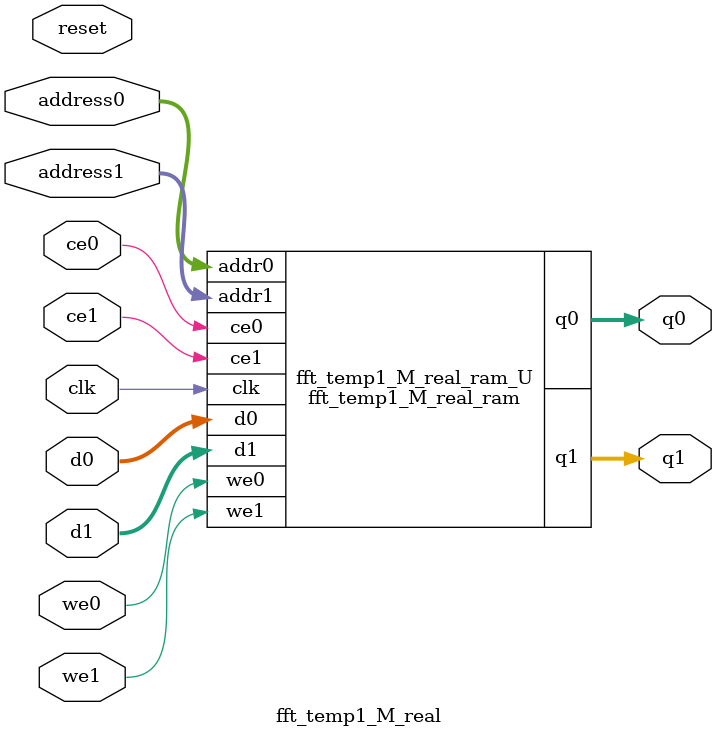
<source format=v>
`timescale 1 ns / 1 ps
module fft_temp1_M_real_ram (addr0, ce0, d0, we0, q0, addr1, ce1, d1, we1, q1,  clk);

parameter DWIDTH = 32;
parameter AWIDTH = 3;
parameter MEM_SIZE = 8;

input[AWIDTH-1:0] addr0;
input ce0;
input[DWIDTH-1:0] d0;
input we0;
output reg[DWIDTH-1:0] q0;
input[AWIDTH-1:0] addr1;
input ce1;
input[DWIDTH-1:0] d1;
input we1;
output reg[DWIDTH-1:0] q1;
input clk;

(* ram_style = "block" *)reg [DWIDTH-1:0] ram[0:MEM_SIZE-1];




always @(posedge clk)  
begin 
    if (ce0) 
    begin
        if (we0) 
        begin 
            ram[addr0] <= d0; 
        end 
        q0 <= ram[addr0];
    end
end


always @(posedge clk)  
begin 
    if (ce1) 
    begin
        if (we1) 
        begin 
            ram[addr1] <= d1; 
        end 
        q1 <= ram[addr1];
    end
end


endmodule

`timescale 1 ns / 1 ps
module fft_temp1_M_real(
    reset,
    clk,
    address0,
    ce0,
    we0,
    d0,
    q0,
    address1,
    ce1,
    we1,
    d1,
    q1);

parameter DataWidth = 32'd32;
parameter AddressRange = 32'd8;
parameter AddressWidth = 32'd3;
input reset;
input clk;
input[AddressWidth - 1:0] address0;
input ce0;
input we0;
input[DataWidth - 1:0] d0;
output[DataWidth - 1:0] q0;
input[AddressWidth - 1:0] address1;
input ce1;
input we1;
input[DataWidth - 1:0] d1;
output[DataWidth - 1:0] q1;



fft_temp1_M_real_ram fft_temp1_M_real_ram_U(
    .clk( clk ),
    .addr0( address0 ),
    .ce0( ce0 ),
    .we0( we0 ),
    .d0( d0 ),
    .q0( q0 ),
    .addr1( address1 ),
    .ce1( ce1 ),
    .we1( we1 ),
    .d1( d1 ),
    .q1( q1 ));

endmodule


</source>
